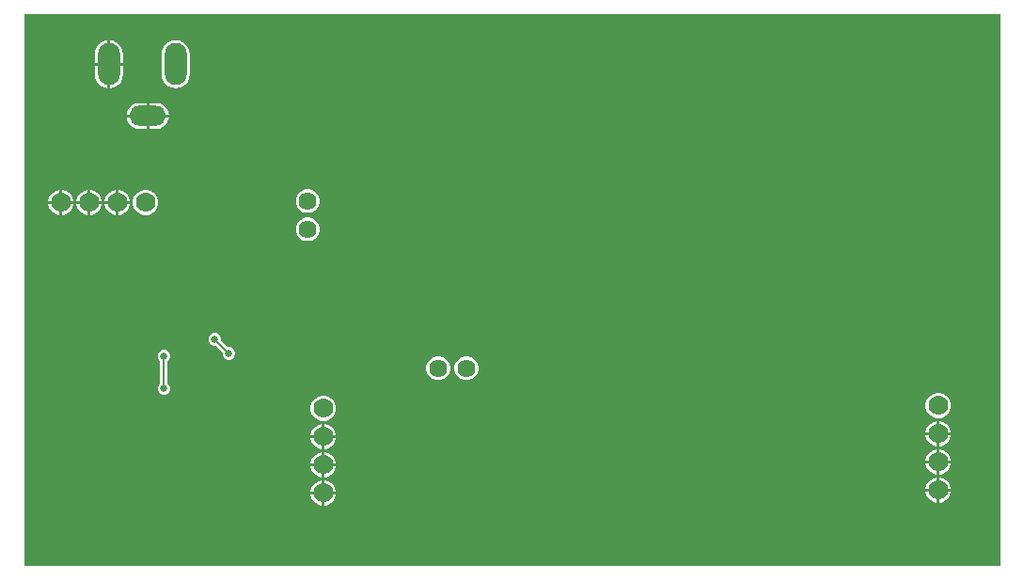
<source format=gbl>
G04*
G04 #@! TF.GenerationSoftware,Altium Limited,Altium Designer,22.0.2 (36)*
G04*
G04 Layer_Physical_Order=2*
G04 Layer_Color=16711680*
%FSLAX25Y25*%
%MOIN*%
G70*
G04*
G04 #@! TF.SameCoordinates,7413C347-F83B-4BEA-81E0-1AD2B0EE7C59*
G04*
G04*
G04 #@! TF.FilePolarity,Positive*
G04*
G01*
G75*
%ADD16C,0.00600*%
%ADD36C,0.07000*%
%ADD37O,0.07874X0.14961*%
%ADD38O,0.12992X0.07087*%
%ADD39C,0.06378*%
%ADD40C,0.02500*%
%ADD41C,0.02800*%
G36*
X347961Y2039D02*
X2039D01*
Y197961D01*
X347961D01*
Y2039D01*
D02*
G37*
%LPC*%
G36*
X32500Y188457D02*
Y180500D01*
X36980D01*
Y183543D01*
X36810Y184832D01*
X36312Y186033D01*
X35521Y187064D01*
X34490Y187856D01*
X33289Y188353D01*
X32500Y188457D01*
D02*
G37*
G36*
X31500D02*
X30711Y188353D01*
X29510Y187856D01*
X28479Y187064D01*
X27687Y186033D01*
X27190Y184832D01*
X27020Y183543D01*
Y180500D01*
X31500D01*
Y188457D01*
D02*
G37*
G36*
X36980Y179500D02*
X32500D01*
Y171543D01*
X33289Y171647D01*
X34490Y172144D01*
X35521Y172936D01*
X36312Y173967D01*
X36810Y175168D01*
X36980Y176457D01*
Y179500D01*
D02*
G37*
G36*
X31500D02*
X27020D01*
Y176457D01*
X27190Y175168D01*
X27687Y173967D01*
X28479Y172936D01*
X29510Y172144D01*
X30711Y171647D01*
X31500Y171543D01*
Y179500D01*
D02*
G37*
G36*
X55622Y188523D02*
X54333Y188353D01*
X53132Y187856D01*
X52101Y187064D01*
X51310Y186033D01*
X50812Y184832D01*
X50642Y183543D01*
Y176457D01*
X50812Y175168D01*
X51310Y173967D01*
X52101Y172936D01*
X53132Y172144D01*
X54333Y171647D01*
X55622Y171477D01*
X56911Y171647D01*
X58112Y172144D01*
X59143Y172936D01*
X59935Y173967D01*
X60432Y175168D01*
X60602Y176457D01*
Y183543D01*
X60432Y184832D01*
X59935Y186033D01*
X59143Y187064D01*
X58112Y187856D01*
X56911Y188353D01*
X55622Y188523D01*
D02*
G37*
G36*
X48732Y166275D02*
X46279D01*
Y162193D01*
X53249D01*
X53159Y162879D01*
X52701Y163984D01*
X51973Y164933D01*
X51024Y165662D01*
X49918Y166119D01*
X48732Y166275D01*
D02*
G37*
G36*
X45279D02*
X42827D01*
X41641Y166119D01*
X40536Y165662D01*
X39586Y164933D01*
X38858Y163984D01*
X38400Y162879D01*
X38310Y162193D01*
X45279D01*
Y166275D01*
D02*
G37*
G36*
X53249Y161193D02*
X46279D01*
Y157110D01*
X48732D01*
X49918Y157267D01*
X51024Y157724D01*
X51973Y158453D01*
X52701Y159402D01*
X53159Y160507D01*
X53249Y161193D01*
D02*
G37*
G36*
X45279D02*
X38310D01*
X38400Y160507D01*
X38858Y159402D01*
X39586Y158453D01*
X40536Y157724D01*
X41641Y157267D01*
X42827Y157110D01*
X45279D01*
Y161193D01*
D02*
G37*
G36*
X35592Y135500D02*
X35500D01*
Y131500D01*
X39500D01*
Y131592D01*
X39193Y132737D01*
X38601Y133763D01*
X37763Y134601D01*
X36737Y135193D01*
X35592Y135500D01*
D02*
G37*
G36*
X15592D02*
X15500D01*
Y131500D01*
X19500D01*
Y131592D01*
X19193Y132737D01*
X18601Y133763D01*
X17763Y134601D01*
X16737Y135193D01*
X15592Y135500D01*
D02*
G37*
G36*
X25592D02*
X25500D01*
Y131500D01*
X29500D01*
Y131592D01*
X29193Y132737D01*
X28601Y133763D01*
X27763Y134601D01*
X26737Y135193D01*
X25592Y135500D01*
D02*
G37*
G36*
X34500D02*
X34408D01*
X33263Y135193D01*
X32237Y134601D01*
X31399Y133763D01*
X30807Y132737D01*
X30500Y131592D01*
Y131500D01*
X34500D01*
Y135500D01*
D02*
G37*
G36*
X14500D02*
X14408D01*
X13263Y135193D01*
X12237Y134601D01*
X11399Y133763D01*
X10807Y132737D01*
X10500Y131592D01*
Y131500D01*
X14500D01*
Y135500D01*
D02*
G37*
G36*
X24500D02*
X24408D01*
X23263Y135193D01*
X22237Y134601D01*
X21399Y133763D01*
X20807Y132737D01*
X20500Y131592D01*
Y131500D01*
X24500D01*
Y135500D01*
D02*
G37*
G36*
X103051Y135689D02*
X101948D01*
X100883Y135404D01*
X99928Y134852D01*
X99148Y134072D01*
X98597Y133117D01*
X98311Y132052D01*
Y130948D01*
X98597Y129883D01*
X99148Y128928D01*
X99928Y128148D01*
X100883Y127596D01*
X101948Y127311D01*
X103051D01*
X104117Y127596D01*
X105072Y128148D01*
X105852Y128928D01*
X106404Y129883D01*
X106689Y130948D01*
Y132052D01*
X106404Y133117D01*
X105852Y134072D01*
X105072Y134852D01*
X104117Y135404D01*
X103051Y135689D01*
D02*
G37*
G36*
X45592Y135500D02*
X44408D01*
X43263Y135193D01*
X42237Y134601D01*
X41399Y133763D01*
X40807Y132737D01*
X40500Y131592D01*
Y130408D01*
X40807Y129263D01*
X41399Y128237D01*
X42237Y127399D01*
X43263Y126807D01*
X44408Y126500D01*
X45592D01*
X46737Y126807D01*
X47763Y127399D01*
X48601Y128237D01*
X49193Y129263D01*
X49500Y130408D01*
Y131592D01*
X49193Y132737D01*
X48601Y133763D01*
X47763Y134601D01*
X46737Y135193D01*
X45592Y135500D01*
D02*
G37*
G36*
X39500Y130500D02*
X35500D01*
Y126500D01*
X35592D01*
X36737Y126807D01*
X37763Y127399D01*
X38601Y128237D01*
X39193Y129263D01*
X39500Y130408D01*
Y130500D01*
D02*
G37*
G36*
X34500D02*
X30500D01*
Y130408D01*
X30807Y129263D01*
X31399Y128237D01*
X32237Y127399D01*
X33263Y126807D01*
X34408Y126500D01*
X34500D01*
Y130500D01*
D02*
G37*
G36*
X29500D02*
X25500D01*
Y126500D01*
X25592D01*
X26737Y126807D01*
X27763Y127399D01*
X28601Y128237D01*
X29193Y129263D01*
X29500Y130408D01*
Y130500D01*
D02*
G37*
G36*
X24500D02*
X20500D01*
Y130408D01*
X20807Y129263D01*
X21399Y128237D01*
X22237Y127399D01*
X23263Y126807D01*
X24408Y126500D01*
X24500D01*
Y130500D01*
D02*
G37*
G36*
X19500D02*
X15500D01*
Y126500D01*
X15592D01*
X16737Y126807D01*
X17763Y127399D01*
X18601Y128237D01*
X19193Y129263D01*
X19500Y130408D01*
Y130500D01*
D02*
G37*
G36*
X14500D02*
X10500D01*
Y130408D01*
X10807Y129263D01*
X11399Y128237D01*
X12237Y127399D01*
X13263Y126807D01*
X14408Y126500D01*
X14500D01*
Y130500D01*
D02*
G37*
G36*
X103051Y125689D02*
X101948D01*
X100883Y125403D01*
X99928Y124852D01*
X99148Y124072D01*
X98597Y123117D01*
X98311Y122052D01*
Y120949D01*
X98597Y119883D01*
X99148Y118928D01*
X99928Y118148D01*
X100883Y117596D01*
X101948Y117311D01*
X103051D01*
X104117Y117596D01*
X105072Y118148D01*
X105852Y118928D01*
X106404Y119883D01*
X106689Y120949D01*
Y122052D01*
X106404Y123117D01*
X105852Y124072D01*
X105072Y124852D01*
X104117Y125403D01*
X103051Y125689D01*
D02*
G37*
G36*
X69948Y84750D02*
X69052D01*
X68226Y84408D01*
X67593Y83775D01*
X67250Y82948D01*
Y82052D01*
X67593Y81226D01*
X68226Y80593D01*
X69052Y80250D01*
X69876D01*
X72250Y77876D01*
Y77052D01*
X72593Y76226D01*
X73225Y75592D01*
X74052Y75250D01*
X74948D01*
X75775Y75592D01*
X76407Y76226D01*
X76750Y77052D01*
Y77948D01*
X76407Y78774D01*
X75775Y79408D01*
X74948Y79750D01*
X74124D01*
X71750Y82125D01*
Y82948D01*
X71408Y83775D01*
X70775Y84408D01*
X69948Y84750D01*
D02*
G37*
G36*
X159278Y76406D02*
X158175D01*
X157109Y76121D01*
X156154Y75569D01*
X155374Y74789D01*
X154823Y73834D01*
X154537Y72769D01*
Y71666D01*
X154823Y70600D01*
X155374Y69645D01*
X156154Y68865D01*
X157109Y68313D01*
X158175Y68028D01*
X159278D01*
X160343Y68313D01*
X161299Y68865D01*
X162078Y69645D01*
X162630Y70600D01*
X162915Y71666D01*
Y72769D01*
X162630Y73834D01*
X162078Y74789D01*
X161299Y75569D01*
X160343Y76121D01*
X159278Y76406D01*
D02*
G37*
G36*
X149278D02*
X148175D01*
X147109Y76121D01*
X146154Y75569D01*
X145374Y74789D01*
X144823Y73834D01*
X144537Y72769D01*
Y71666D01*
X144823Y70600D01*
X145374Y69645D01*
X146154Y68865D01*
X147109Y68313D01*
X148175Y68028D01*
X149278D01*
X150343Y68313D01*
X151298Y68865D01*
X152078Y69645D01*
X152630Y70600D01*
X152915Y71666D01*
Y72769D01*
X152630Y73834D01*
X152078Y74789D01*
X151298Y75569D01*
X150343Y76121D01*
X149278Y76406D01*
D02*
G37*
G36*
X51948Y78750D02*
X51052D01*
X50226Y78408D01*
X49593Y77775D01*
X49250Y76948D01*
Y76052D01*
X49593Y75226D01*
X50174Y74643D01*
Y66856D01*
X49593Y66274D01*
X49250Y65448D01*
Y64552D01*
X49593Y63726D01*
X50226Y63092D01*
X51052Y62750D01*
X51948D01*
X52775Y63092D01*
X53408Y63726D01*
X53750Y64552D01*
Y65448D01*
X53408Y66274D01*
X52825Y66856D01*
Y74643D01*
X53408Y75226D01*
X53750Y76052D01*
Y76948D01*
X53408Y77775D01*
X52775Y78408D01*
X51948Y78750D01*
D02*
G37*
G36*
X326592Y63500D02*
X325408D01*
X324263Y63193D01*
X323237Y62601D01*
X322399Y61763D01*
X321807Y60737D01*
X321500Y59592D01*
Y58408D01*
X321807Y57263D01*
X322399Y56237D01*
X323237Y55399D01*
X324263Y54807D01*
X325408Y54500D01*
X326592D01*
X327737Y54807D01*
X328763Y55399D01*
X329601Y56237D01*
X330193Y57263D01*
X330500Y58408D01*
Y59592D01*
X330193Y60737D01*
X329601Y61763D01*
X328763Y62601D01*
X327737Y63193D01*
X326592Y63500D01*
D02*
G37*
G36*
X108592Y62500D02*
X107408D01*
X106263Y62193D01*
X105237Y61601D01*
X104399Y60763D01*
X103807Y59737D01*
X103500Y58592D01*
Y57408D01*
X103807Y56263D01*
X104399Y55237D01*
X105237Y54399D01*
X106263Y53807D01*
X107408Y53500D01*
X108592D01*
X109737Y53807D01*
X110763Y54399D01*
X111601Y55237D01*
X112193Y56263D01*
X112500Y57408D01*
Y58592D01*
X112193Y59737D01*
X111601Y60763D01*
X110763Y61601D01*
X109737Y62193D01*
X108592Y62500D01*
D02*
G37*
G36*
X326592Y53500D02*
X326500D01*
Y49500D01*
X330500D01*
Y49592D01*
X330193Y50737D01*
X329601Y51763D01*
X328763Y52601D01*
X327737Y53193D01*
X326592Y53500D01*
D02*
G37*
G36*
X325500D02*
X325408D01*
X324263Y53193D01*
X323237Y52601D01*
X322399Y51763D01*
X321807Y50737D01*
X321500Y49592D01*
Y49500D01*
X325500D01*
Y53500D01*
D02*
G37*
G36*
X108592Y52500D02*
X108500D01*
Y48500D01*
X112500D01*
Y48592D01*
X112193Y49737D01*
X111601Y50763D01*
X110763Y51601D01*
X109737Y52193D01*
X108592Y52500D01*
D02*
G37*
G36*
X107500D02*
X107408D01*
X106263Y52193D01*
X105237Y51601D01*
X104399Y50763D01*
X103807Y49737D01*
X103500Y48592D01*
Y48500D01*
X107500D01*
Y52500D01*
D02*
G37*
G36*
X330500Y48500D02*
X326500D01*
Y44500D01*
X326592D01*
X327737Y44807D01*
X328763Y45399D01*
X329601Y46237D01*
X330193Y47263D01*
X330500Y48408D01*
Y48500D01*
D02*
G37*
G36*
X325500D02*
X321500D01*
Y48408D01*
X321807Y47263D01*
X322399Y46237D01*
X323237Y45399D01*
X324263Y44807D01*
X325408Y44500D01*
X325500D01*
Y48500D01*
D02*
G37*
G36*
X112500Y47500D02*
X108500D01*
Y43500D01*
X108592D01*
X109737Y43807D01*
X110763Y44399D01*
X111601Y45237D01*
X112193Y46263D01*
X112500Y47408D01*
Y47500D01*
D02*
G37*
G36*
X107500D02*
X103500D01*
Y47408D01*
X103807Y46263D01*
X104399Y45237D01*
X105237Y44399D01*
X106263Y43807D01*
X107408Y43500D01*
X107500D01*
Y47500D01*
D02*
G37*
G36*
X326592Y43500D02*
X326500D01*
Y39500D01*
X330500D01*
Y39592D01*
X330193Y40737D01*
X329601Y41763D01*
X328763Y42601D01*
X327737Y43193D01*
X326592Y43500D01*
D02*
G37*
G36*
X325500D02*
X325408D01*
X324263Y43193D01*
X323237Y42601D01*
X322399Y41763D01*
X321807Y40737D01*
X321500Y39592D01*
Y39500D01*
X325500D01*
Y43500D01*
D02*
G37*
G36*
X108592Y42500D02*
X108500D01*
Y38500D01*
X112500D01*
Y38592D01*
X112193Y39737D01*
X111601Y40763D01*
X110763Y41601D01*
X109737Y42193D01*
X108592Y42500D01*
D02*
G37*
G36*
X107500D02*
X107408D01*
X106263Y42193D01*
X105237Y41601D01*
X104399Y40763D01*
X103807Y39737D01*
X103500Y38592D01*
Y38500D01*
X107500D01*
Y42500D01*
D02*
G37*
G36*
X330500Y38500D02*
X326500D01*
Y34500D01*
X326592D01*
X327737Y34807D01*
X328763Y35399D01*
X329601Y36237D01*
X330193Y37263D01*
X330500Y38408D01*
Y38500D01*
D02*
G37*
G36*
X325500D02*
X321500D01*
Y38408D01*
X321807Y37263D01*
X322399Y36237D01*
X323237Y35399D01*
X324263Y34807D01*
X325408Y34500D01*
X325500D01*
Y38500D01*
D02*
G37*
G36*
X112500Y37500D02*
X108500D01*
Y33500D01*
X108592D01*
X109737Y33807D01*
X110763Y34399D01*
X111601Y35237D01*
X112193Y36263D01*
X112500Y37408D01*
Y37500D01*
D02*
G37*
G36*
X107500D02*
X103500D01*
Y37408D01*
X103807Y36263D01*
X104399Y35237D01*
X105237Y34399D01*
X106263Y33807D01*
X107408Y33500D01*
X107500D01*
Y37500D01*
D02*
G37*
G36*
X326592Y33500D02*
X326500D01*
Y29500D01*
X330500D01*
Y29592D01*
X330193Y30737D01*
X329601Y31763D01*
X328763Y32601D01*
X327737Y33193D01*
X326592Y33500D01*
D02*
G37*
G36*
X325500D02*
X325408D01*
X324263Y33193D01*
X323237Y32601D01*
X322399Y31763D01*
X321807Y30737D01*
X321500Y29592D01*
Y29500D01*
X325500D01*
Y33500D01*
D02*
G37*
G36*
X108592Y32500D02*
X108500D01*
Y28500D01*
X112500D01*
Y28592D01*
X112193Y29737D01*
X111601Y30763D01*
X110763Y31601D01*
X109737Y32193D01*
X108592Y32500D01*
D02*
G37*
G36*
X107500D02*
X107408D01*
X106263Y32193D01*
X105237Y31601D01*
X104399Y30763D01*
X103807Y29737D01*
X103500Y28592D01*
Y28500D01*
X107500D01*
Y32500D01*
D02*
G37*
G36*
X330500Y28500D02*
X326500D01*
Y24500D01*
X326592D01*
X327737Y24807D01*
X328763Y25399D01*
X329601Y26237D01*
X330193Y27263D01*
X330500Y28408D01*
Y28500D01*
D02*
G37*
G36*
X325500D02*
X321500D01*
Y28408D01*
X321807Y27263D01*
X322399Y26237D01*
X323237Y25399D01*
X324263Y24807D01*
X325408Y24500D01*
X325500D01*
Y28500D01*
D02*
G37*
G36*
X112500Y27500D02*
X108500D01*
Y23500D01*
X108592D01*
X109737Y23807D01*
X110763Y24399D01*
X111601Y25237D01*
X112193Y26263D01*
X112500Y27408D01*
Y27500D01*
D02*
G37*
G36*
X107500D02*
X103500D01*
Y27408D01*
X103807Y26263D01*
X104399Y25237D01*
X105237Y24399D01*
X106263Y23807D01*
X107408Y23500D01*
X107500D01*
Y27500D01*
D02*
G37*
%LPD*%
D16*
X69500Y82500D02*
X74500Y77500D01*
X51500Y65000D02*
Y76500D01*
D36*
X326000Y39000D02*
D03*
Y29000D02*
D03*
Y59000D02*
D03*
Y49000D02*
D03*
X35000Y131000D02*
D03*
X45000D02*
D03*
X15000D02*
D03*
X25000D02*
D03*
X108000Y48000D02*
D03*
Y58000D02*
D03*
Y28000D02*
D03*
Y38000D02*
D03*
D37*
X55622Y180000D02*
D03*
X32000D02*
D03*
D38*
X45779Y161693D02*
D03*
D39*
X148726Y72217D02*
D03*
X158726D02*
D03*
X102500Y131500D02*
D03*
Y121500D02*
D03*
D40*
X69500Y82500D02*
D03*
X74500Y77500D02*
D03*
X51500Y76500D02*
D03*
Y65000D02*
D03*
D41*
X47500Y87500D02*
D03*
X147740Y179500D02*
D03*
X80500Y160000D02*
D03*
X32000Y14000D02*
D03*
X294000Y17000D02*
D03*
X266000Y16000D02*
D03*
X238500D02*
D03*
X210000D02*
D03*
X123500Y87500D02*
D03*
M02*

</source>
